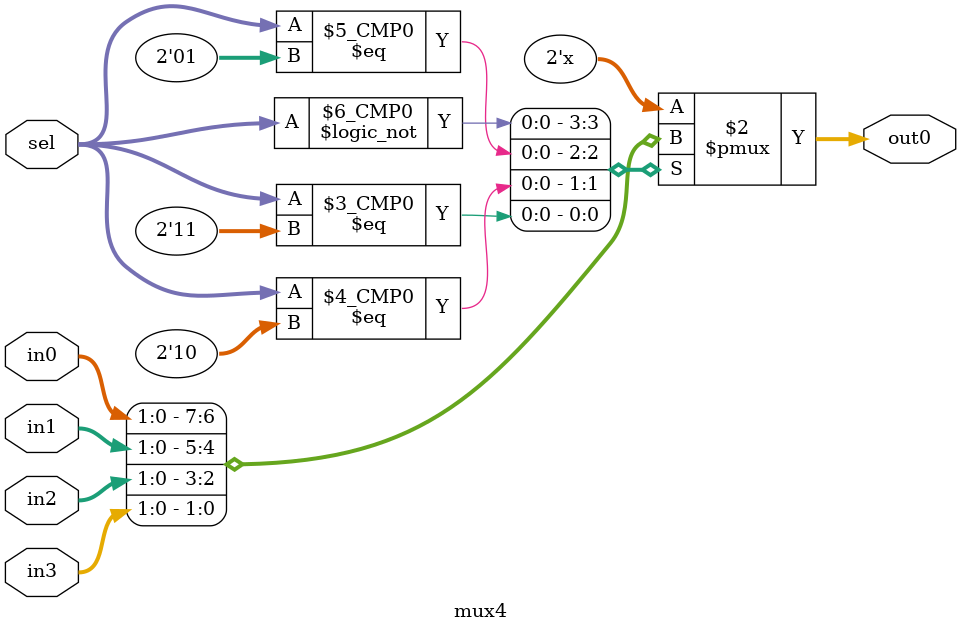
<source format=v>
module mux4
(
    input wire [1:0]in0,
    input wire [1:0]in1,
    input wire [1:0]in2,
    input wire [1:0]in3,
    output reg[1:0] out0,
    input wire [1:0]sel
);

 always @ (*)
 begin
     case(sel)
         0: begin out0=in0;  end
         1: begin out0=in1;  end
         2: begin out0=in2;  end
         3: begin out0=in3;  end
     endcase
 end

endmodule
</source>
